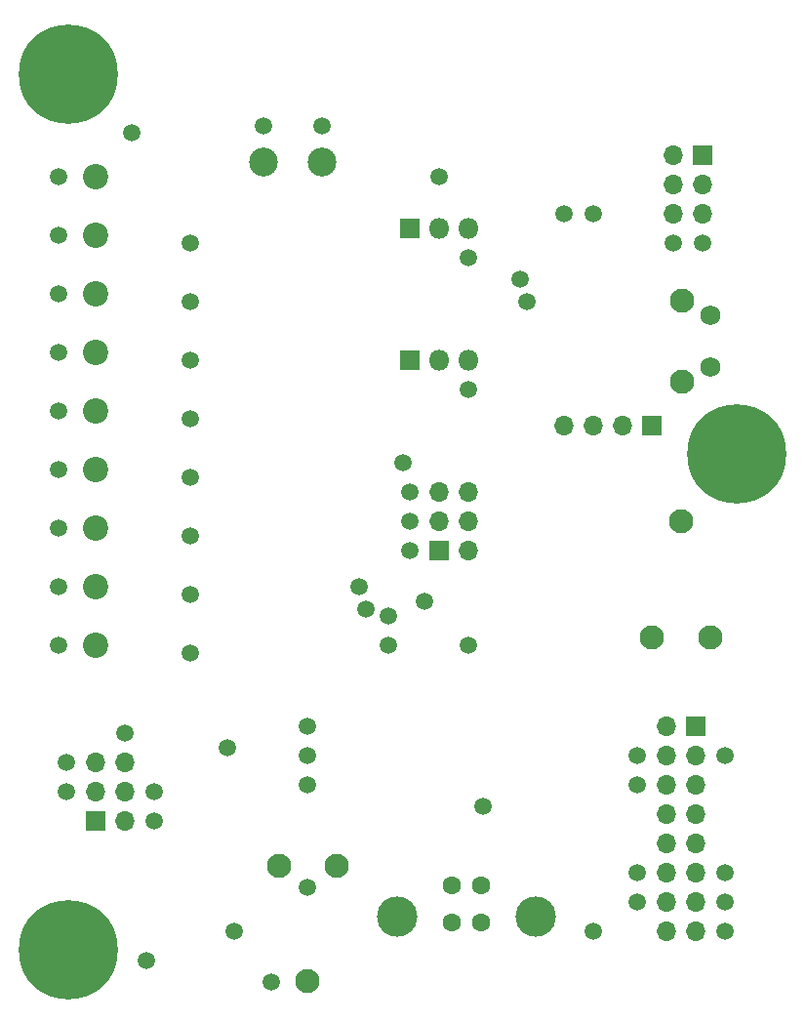
<source format=gts>
G04 #@! TF.FileFunction,Soldermask,Top*
%FSLAX46Y46*%
G04 Gerber Fmt 4.6, Leading zero omitted, Abs format (unit mm)*
G04 Created by KiCad (PCBNEW 4.0.7) date Tue Jan 30 12:06:56 2018*
%MOMM*%
%LPD*%
G01*
G04 APERTURE LIST*
%ADD10C,0.100000*%
%ADD11R,1.700000X1.700000*%
%ADD12O,1.700000X1.700000*%
%ADD13C,2.100000*%
%ADD14C,1.750000*%
%ADD15C,1.500000*%
%ADD16R,1.800000X1.800000*%
%ADD17O,1.800000X1.800000*%
%ADD18C,8.600000*%
%ADD19C,2.500000*%
%ADD20C,2.200000*%
%ADD21C,3.500000*%
%ADD22C,1.600000*%
G04 APERTURE END LIST*
D10*
D11*
X152400000Y-82550000D03*
D12*
X149860000Y-82550000D03*
X152400000Y-85090000D03*
X149860000Y-85090000D03*
X152400000Y-87630000D03*
X149860000Y-87630000D03*
X152400000Y-90170000D03*
X149860000Y-90170000D03*
X152400000Y-92710000D03*
X149860000Y-92710000D03*
X152400000Y-95250000D03*
X149860000Y-95250000D03*
X152400000Y-97790000D03*
X149860000Y-97790000D03*
X152400000Y-100330000D03*
X149860000Y-100330000D03*
D11*
X100330000Y-90805000D03*
D12*
X102870000Y-90805000D03*
X100330000Y-88265000D03*
X102870000Y-88265000D03*
X100330000Y-85725000D03*
X102870000Y-85725000D03*
D11*
X153035000Y-33020000D03*
D12*
X150495000Y-33020000D03*
X153035000Y-35560000D03*
X150495000Y-35560000D03*
X153035000Y-38100000D03*
X150495000Y-38100000D03*
D11*
X130175000Y-67310000D03*
D12*
X132715000Y-67310000D03*
X130175000Y-64770000D03*
X132715000Y-64770000D03*
X130175000Y-62230000D03*
X132715000Y-62230000D03*
D11*
X148590000Y-56515000D03*
D12*
X146050000Y-56515000D03*
X143510000Y-56515000D03*
X140970000Y-56515000D03*
D13*
X151180000Y-45675000D03*
D14*
X153670000Y-46935000D03*
X153670000Y-51435000D03*
D13*
X151180000Y-52685000D03*
D15*
X127635000Y-67310000D03*
X127635000Y-62230000D03*
X133985000Y-89535000D03*
X143510000Y-100330000D03*
X120015000Y-30480000D03*
X114935000Y-30480000D03*
X132715000Y-53340000D03*
X132715000Y-41910000D03*
X105410000Y-88265000D03*
X97790000Y-88265000D03*
X112395000Y-100330000D03*
X111760000Y-84455000D03*
X118745000Y-87630000D03*
X125730000Y-73025000D03*
X125730000Y-75565000D03*
X123825000Y-72390000D03*
X123190000Y-70485000D03*
X130175000Y-34925000D03*
X108585000Y-40640000D03*
X108585000Y-76200000D03*
X108585000Y-71120000D03*
X108585000Y-66040000D03*
X103505000Y-31115000D03*
X97155000Y-40005000D03*
X97155000Y-75565000D03*
X97155000Y-70485000D03*
X97155000Y-65405000D03*
X97155000Y-34925000D03*
X132715000Y-75565000D03*
X127000000Y-59690000D03*
X128905000Y-71755000D03*
X127635000Y-64770000D03*
X118745000Y-96520000D03*
X108585000Y-60960000D03*
X108585000Y-55880000D03*
X108585000Y-50800000D03*
X108585000Y-45720000D03*
X115570000Y-104775000D03*
X97155000Y-60325000D03*
X97155000Y-55245000D03*
X97155000Y-50165000D03*
X97155000Y-45085000D03*
X105410000Y-90805000D03*
X104775000Y-102870000D03*
X97790000Y-85725000D03*
X102870000Y-83185000D03*
X118745000Y-82550000D03*
X118745000Y-85090000D03*
X153035000Y-40640000D03*
X150495000Y-40640000D03*
X137795000Y-45720000D03*
X137160000Y-43815000D03*
X140970000Y-38100000D03*
X143510000Y-38100000D03*
X147320000Y-85090000D03*
X147320000Y-87630000D03*
X154940000Y-85090000D03*
X154940000Y-100330000D03*
X154940000Y-95250000D03*
X147320000Y-95250000D03*
X154940000Y-97790000D03*
X147320000Y-97790000D03*
D16*
X127635000Y-50800000D03*
D17*
X130175000Y-50800000D03*
X132715000Y-50800000D03*
D16*
X127635000Y-39370000D03*
D17*
X130175000Y-39370000D03*
X132715000Y-39370000D03*
D18*
X98000000Y-26000000D03*
X156000000Y-59000000D03*
X98000000Y-102000000D03*
D19*
X120015000Y-33655000D03*
X114935000Y-33655000D03*
D20*
X100330000Y-34925000D03*
X100330000Y-40005000D03*
X100330000Y-45085000D03*
X100330000Y-50165000D03*
X100330000Y-55245000D03*
X100330000Y-60325000D03*
X100330000Y-65405000D03*
X100330000Y-70485000D03*
X100330000Y-75565000D03*
D13*
X153630000Y-74850000D03*
X151130000Y-64850000D03*
X148630000Y-74850000D03*
X116245000Y-94695000D03*
X118745000Y-104695000D03*
X121245000Y-94695000D03*
D21*
X138520000Y-99100000D03*
D22*
X133750000Y-99600000D03*
X131250000Y-99600000D03*
X131250000Y-96400000D03*
X133750000Y-96400000D03*
D21*
X126480000Y-99100000D03*
M02*

</source>
